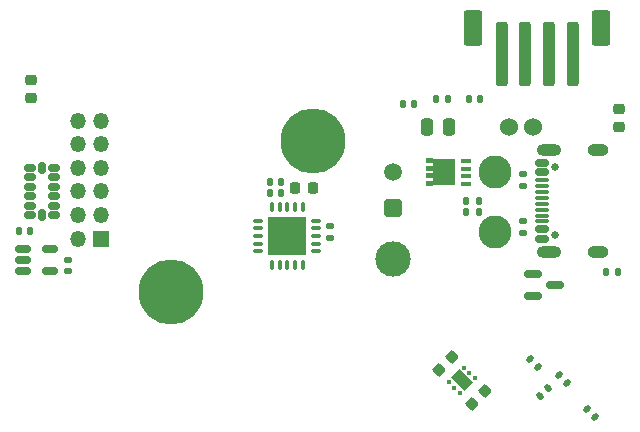
<source format=gbr>
%TF.GenerationSoftware,KiCad,Pcbnew,8.0.1*%
%TF.CreationDate,2024-06-02T00:59:28+08:00*%
%TF.ProjectId,SB-main-board,53422d6d-6169-46e2-9d62-6f6172642e6b,A0*%
%TF.SameCoordinates,Original*%
%TF.FileFunction,Soldermask,Bot*%
%TF.FilePolarity,Negative*%
%FSLAX46Y46*%
G04 Gerber Fmt 4.6, Leading zero omitted, Abs format (unit mm)*
G04 Created by KiCad (PCBNEW 8.0.1) date 2024-06-02 00:59:28*
%MOMM*%
%LPD*%
G01*
G04 APERTURE LIST*
G04 Aperture macros list*
%AMRoundRect*
0 Rectangle with rounded corners*
0 $1 Rounding radius*
0 $2 $3 $4 $5 $6 $7 $8 $9 X,Y pos of 4 corners*
0 Add a 4 corners polygon primitive as box body*
4,1,4,$2,$3,$4,$5,$6,$7,$8,$9,$2,$3,0*
0 Add four circle primitives for the rounded corners*
1,1,$1+$1,$2,$3*
1,1,$1+$1,$4,$5*
1,1,$1+$1,$6,$7*
1,1,$1+$1,$8,$9*
0 Add four rect primitives between the rounded corners*
20,1,$1+$1,$2,$3,$4,$5,0*
20,1,$1+$1,$4,$5,$6,$7,0*
20,1,$1+$1,$6,$7,$8,$9,0*
20,1,$1+$1,$8,$9,$2,$3,0*%
%AMRotRect*
0 Rectangle, with rotation*
0 The origin of the aperture is its center*
0 $1 length*
0 $2 width*
0 $3 Rotation angle, in degrees counterclockwise*
0 Add horizontal line*
21,1,$1,$2,0,0,$3*%
%AMFreePoly0*
4,1,21,1.545000,0.775000,0.925000,0.775000,0.925000,0.525000,1.545000,0.525000,1.545000,0.125000,0.925000,0.125000,0.925000,-0.125000,1.545000,-0.125000,1.545000,-0.525000,0.925000,-0.525000,0.925000,-0.775000,1.545000,-0.775000,1.545000,-1.175000,0.925000,-1.175000,0.925000,-1.125000,-0.925000,-1.125000,-0.925000,1.125000,0.925000,1.125000,0.925000,1.175000,1.545000,1.175000,
1.545000,0.775000,1.545000,0.775000,$1*%
G04 Aperture macros list end*
%ADD10C,2.800000*%
%ADD11C,1.524000*%
%ADD12C,3.000000*%
%ADD13RoundRect,0.250001X0.499999X0.499999X-0.499999X0.499999X-0.499999X-0.499999X0.499999X-0.499999X0*%
%ADD14C,1.500000*%
%ADD15C,5.500000*%
%ADD16R,1.350000X1.350000*%
%ADD17O,1.350000X1.350000*%
%ADD18RoundRect,0.140000X-0.219203X-0.021213X-0.021213X-0.219203X0.219203X0.021213X0.021213X0.219203X0*%
%ADD19RoundRect,0.075000X0.337500X0.075000X-0.337500X0.075000X-0.337500X-0.075000X0.337500X-0.075000X0*%
%ADD20RoundRect,0.075000X0.075000X0.337500X-0.075000X0.337500X-0.075000X-0.337500X0.075000X-0.337500X0*%
%ADD21R,3.250000X3.250000*%
%ADD22RoundRect,0.135000X0.185000X-0.135000X0.185000X0.135000X-0.185000X0.135000X-0.185000X-0.135000X0*%
%ADD23RoundRect,0.140000X0.170000X-0.140000X0.170000X0.140000X-0.170000X0.140000X-0.170000X-0.140000X0*%
%ADD24RoundRect,0.140000X0.140000X0.170000X-0.140000X0.170000X-0.140000X-0.170000X0.140000X-0.170000X0*%
%ADD25RoundRect,0.140000X-0.140000X-0.170000X0.140000X-0.170000X0.140000X0.170000X-0.140000X0.170000X0*%
%ADD26RoundRect,0.135000X-0.185000X0.135000X-0.185000X-0.135000X0.185000X-0.135000X0.185000X0.135000X0*%
%ADD27RoundRect,0.135000X-0.135000X-0.185000X0.135000X-0.185000X0.135000X0.185000X-0.135000X0.185000X0*%
%ADD28RoundRect,0.140000X0.021213X-0.219203X0.219203X-0.021213X-0.021213X0.219203X-0.219203X0.021213X0*%
%ADD29RoundRect,0.140000X0.219203X0.021213X0.021213X0.219203X-0.219203X-0.021213X-0.021213X-0.219203X0*%
%ADD30RoundRect,0.218750X-0.218750X-0.256250X0.218750X-0.256250X0.218750X0.256250X-0.218750X0.256250X0*%
%ADD31RoundRect,0.250000X-0.250000X-2.500000X0.250000X-2.500000X0.250000X2.500000X-0.250000X2.500000X0*%
%ADD32RoundRect,0.250000X-0.550000X-1.250000X0.550000X-1.250000X0.550000X1.250000X-0.550000X1.250000X0*%
%ADD33RoundRect,0.250000X-0.250000X-0.475000X0.250000X-0.475000X0.250000X0.475000X-0.250000X0.475000X0*%
%ADD34RoundRect,0.218750X0.256250X-0.218750X0.256250X0.218750X-0.256250X0.218750X-0.256250X-0.218750X0*%
%ADD35RoundRect,0.150000X-0.587500X-0.150000X0.587500X-0.150000X0.587500X0.150000X-0.587500X0.150000X0*%
%ADD36RoundRect,0.225000X0.017678X-0.335876X0.335876X-0.017678X-0.017678X0.335876X-0.335876X0.017678X0*%
%ADD37C,0.650000*%
%ADD38RoundRect,0.150000X-0.425000X0.150000X-0.425000X-0.150000X0.425000X-0.150000X0.425000X0.150000X0*%
%ADD39RoundRect,0.075000X-0.500000X0.075000X-0.500000X-0.075000X0.500000X-0.075000X0.500000X0.075000X0*%
%ADD40O,1.800000X1.000000*%
%ADD41O,2.100000X1.000000*%
%ADD42RoundRect,0.093750X-0.008839X0.141421X-0.141421X0.008839X0.008839X-0.141421X0.141421X-0.008839X0*%
%ADD43RotRect,1.000000X1.600000X225.000000*%
%ADD44RoundRect,0.135000X0.135000X0.185000X-0.135000X0.185000X-0.135000X-0.185000X0.135000X-0.185000X0*%
%ADD45RoundRect,0.150000X-0.512500X-0.150000X0.512500X-0.150000X0.512500X0.150000X-0.512500X0.150000X0*%
%ADD46RoundRect,0.100000X0.315000X0.100000X-0.315000X0.100000X-0.315000X-0.100000X0.315000X-0.100000X0*%
%ADD47FreePoly0,180.000000*%
%ADD48RoundRect,0.225000X-0.017678X0.335876X-0.335876X0.017678X0.017678X-0.335876X0.335876X-0.017678X0*%
%ADD49RoundRect,0.150000X-0.325000X-0.150000X0.325000X-0.150000X0.325000X0.150000X-0.325000X0.150000X0*%
%ADD50RoundRect,0.150000X-0.150000X-0.325000X0.150000X-0.325000X0.150000X0.325000X-0.150000X0.325000X0*%
G04 APERTURE END LIST*
D10*
%TO.C,J1*%
X158260400Y-105919165D03*
X158260400Y-100839165D03*
D11*
X159490400Y-96989165D03*
X161490400Y-96989165D03*
%TD*%
D12*
%TO.C,J5*%
X149682900Y-108159165D03*
D13*
X149682900Y-103839165D03*
D14*
X149682900Y-100839165D03*
%TD*%
D15*
%TO.C,H2*%
X130863900Y-110917865D03*
%TD*%
%TO.C,H1*%
X142847900Y-98146865D03*
%TD*%
D16*
%TO.C,J9*%
X124934042Y-106447865D03*
D17*
X122934042Y-106447865D03*
X124934042Y-104447865D03*
X122934042Y-104447865D03*
X124934042Y-102447865D03*
X122934042Y-102447865D03*
X124934042Y-100447865D03*
X122934042Y-100447865D03*
X124934042Y-98447865D03*
X122934042Y-98447865D03*
X124934042Y-96447865D03*
X122934042Y-96447865D03*
%TD*%
D18*
%TO.C,C5*%
X161236191Y-116628607D03*
X161915013Y-117307429D03*
%TD*%
D19*
%TO.C,U9*%
X143121400Y-104911866D03*
X143121400Y-105561866D03*
X143121400Y-106211866D03*
X143121400Y-106861866D03*
X143121400Y-107511866D03*
D20*
X141983900Y-108649366D03*
X141333900Y-108649366D03*
X140683900Y-108649366D03*
X140033900Y-108649366D03*
X139383900Y-108649366D03*
D19*
X138246400Y-107511866D03*
X138246400Y-106861866D03*
X138246400Y-106211866D03*
X138246400Y-105561866D03*
X138246400Y-104911866D03*
D20*
X139383900Y-103774366D03*
X140033900Y-103774366D03*
X140683900Y-103774366D03*
X141333900Y-103774366D03*
X141983900Y-103774366D03*
D21*
X140683900Y-106211866D03*
%TD*%
D22*
%TO.C,R17*%
X144333900Y-106396866D03*
X144333900Y-105376866D03*
%TD*%
D23*
%TO.C,C30*%
X122147900Y-109196865D03*
X122147900Y-108236865D03*
%TD*%
D24*
%TO.C,C31*%
X140153900Y-102601866D03*
X139193900Y-102601866D03*
%TD*%
D25*
%TO.C,C23*%
X153313692Y-94602366D03*
X154273692Y-94602366D03*
%TD*%
D26*
%TO.C,R9*%
X160644292Y-100964866D03*
X160644292Y-101984866D03*
%TD*%
D27*
%TO.C,R7*%
X167662900Y-109267365D03*
X168682900Y-109267365D03*
%TD*%
D28*
%TO.C,C9*%
X162084719Y-119769651D03*
X162763541Y-119090829D03*
%TD*%
D29*
%TO.C,C4*%
X164377236Y-118638280D03*
X163698414Y-117959458D03*
%TD*%
D24*
%TO.C,C32*%
X140153900Y-101681866D03*
X139193900Y-101681866D03*
%TD*%
D30*
%TO.C,FB4*%
X141333902Y-102141866D03*
X142908902Y-102141866D03*
%TD*%
D31*
%TO.C,J3*%
X164853900Y-90846865D03*
X162853900Y-90846865D03*
X160853900Y-90846865D03*
X158853900Y-90846865D03*
D32*
X167253900Y-88596865D03*
X156453900Y-88596865D03*
%TD*%
D33*
%TO.C,C26*%
X152515293Y-96987366D03*
X154415293Y-96987366D03*
%TD*%
D34*
%TO.C,FB2*%
X168805292Y-97002365D03*
X168805292Y-95427365D03*
%TD*%
D35*
%TO.C,U10*%
X161496400Y-111326865D03*
X161496400Y-109426865D03*
X163371400Y-110376865D03*
%TD*%
D34*
%TO.C,FB3*%
X118997900Y-94565565D03*
X118997900Y-92990565D03*
%TD*%
D36*
%TO.C,C18*%
X153502999Y-117570604D03*
X154599015Y-116474588D03*
%TD*%
D24*
%TO.C,C29*%
X118906042Y-105796865D03*
X117946042Y-105796865D03*
%TD*%
%TO.C,C24*%
X157016892Y-94602366D03*
X156056892Y-94602366D03*
%TD*%
D18*
%TO.C,C8*%
X166075593Y-120902323D03*
X166754415Y-121581145D03*
%TD*%
D37*
%TO.C,J2*%
X163360292Y-100344865D03*
X163360292Y-106124865D03*
D38*
X162285292Y-100034865D03*
X162285292Y-100834865D03*
D39*
X162285292Y-101984865D03*
X162285292Y-102984865D03*
X162285292Y-103484865D03*
X162285292Y-104484865D03*
D38*
X162285292Y-105634865D03*
X162285292Y-106434865D03*
X162285292Y-106434865D03*
X162285292Y-105634865D03*
D39*
X162285292Y-104984865D03*
X162285292Y-103984865D03*
X162285292Y-102484865D03*
X162285292Y-101484865D03*
D38*
X162285292Y-100834865D03*
X162285292Y-100034865D03*
D40*
X167040292Y-98914865D03*
D41*
X162860292Y-98914865D03*
D40*
X167040292Y-107554865D03*
D41*
X162860292Y-107554865D03*
%TD*%
D42*
%TO.C,U5*%
X155641345Y-117357819D03*
X156100964Y-117817439D03*
X156560584Y-118277058D03*
X155305469Y-119532173D03*
X154845850Y-119072553D03*
X154386230Y-118612934D03*
D43*
X155473407Y-118444996D03*
%TD*%
D44*
%TO.C,R19*%
X156882900Y-103226865D03*
X155862900Y-103226865D03*
%TD*%
D45*
%TO.C,U7*%
X118322900Y-109196865D03*
X118322900Y-108246865D03*
X118322900Y-107296865D03*
X120597900Y-107296865D03*
X120597900Y-109196865D03*
%TD*%
D24*
%TO.C,C25*%
X151415292Y-95024866D03*
X150455292Y-95024866D03*
%TD*%
D46*
%TO.C,Q1*%
X155862900Y-99864165D03*
X155862900Y-100514165D03*
X155862900Y-101164165D03*
X155862900Y-101814165D03*
D47*
X153922900Y-100839165D03*
%TD*%
D44*
%TO.C,R20*%
X156882900Y-104196865D03*
X155862900Y-104196865D03*
%TD*%
D48*
%TO.C,C19*%
X157443815Y-119319388D03*
X156347799Y-120415404D03*
%TD*%
D22*
%TO.C,R8*%
X160644292Y-106004864D03*
X160644292Y-104984864D03*
%TD*%
D49*
%TO.C,U8*%
X118906042Y-104447865D03*
X118906042Y-103647865D03*
X118906042Y-102847865D03*
X118906042Y-102047865D03*
X118906042Y-101247865D03*
X118906042Y-100447865D03*
D50*
X119906042Y-100447865D03*
D49*
X120906042Y-100447865D03*
X120906042Y-101247865D03*
X120906042Y-102047865D03*
X120906042Y-102847865D03*
X120906042Y-103647865D03*
X120906042Y-104447865D03*
D50*
X119906042Y-104447865D03*
%TD*%
M02*

</source>
